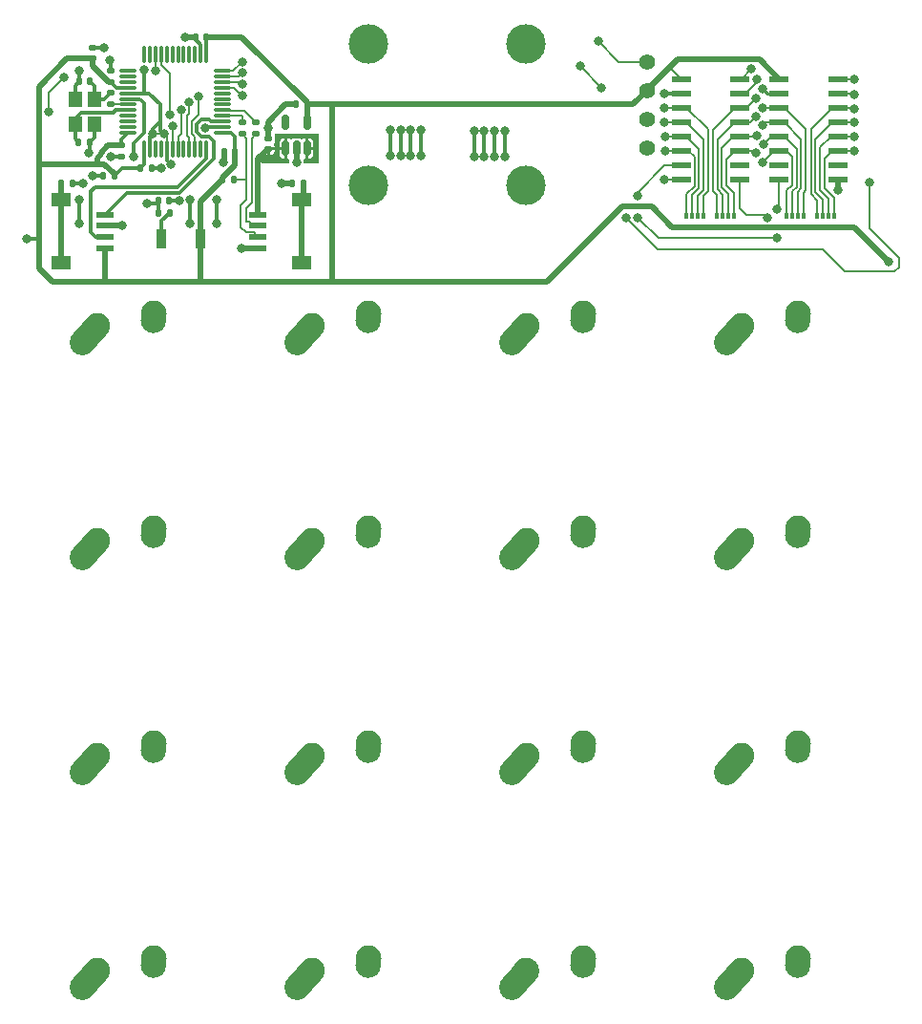
<source format=gbr>
%TF.GenerationSoftware,KiCad,Pcbnew,(6.0.7)*%
%TF.CreationDate,2022-09-25T11:51:51-07:00*%
%TF.ProjectId,ModularKeyboard_Main,4d6f6475-6c61-4724-9b65-79626f617264,0.1*%
%TF.SameCoordinates,Original*%
%TF.FileFunction,Copper,L2,Bot*%
%TF.FilePolarity,Positive*%
%FSLAX46Y46*%
G04 Gerber Fmt 4.6, Leading zero omitted, Abs format (unit mm)*
G04 Created by KiCad (PCBNEW (6.0.7)) date 2022-09-25 11:51:51*
%MOMM*%
%LPD*%
G01*
G04 APERTURE LIST*
G04 Aperture macros list*
%AMRoundRect*
0 Rectangle with rounded corners*
0 $1 Rounding radius*
0 $2 $3 $4 $5 $6 $7 $8 $9 X,Y pos of 4 corners*
0 Add a 4 corners polygon primitive as box body*
4,1,4,$2,$3,$4,$5,$6,$7,$8,$9,$2,$3,0*
0 Add four circle primitives for the rounded corners*
1,1,$1+$1,$2,$3*
1,1,$1+$1,$4,$5*
1,1,$1+$1,$6,$7*
1,1,$1+$1,$8,$9*
0 Add four rect primitives between the rounded corners*
20,1,$1+$1,$2,$3,$4,$5,0*
20,1,$1+$1,$4,$5,$6,$7,0*
20,1,$1+$1,$6,$7,$8,$9,0*
20,1,$1+$1,$8,$9,$2,$3,0*%
%AMHorizOval*
0 Thick line with rounded ends*
0 $1 width*
0 $2 $3 position (X,Y) of the first rounded end (center of the circle)*
0 $4 $5 position (X,Y) of the second rounded end (center of the circle)*
0 Add line between two ends*
20,1,$1,$2,$3,$4,$5,0*
0 Add two circle primitives to create the rounded ends*
1,1,$1,$2,$3*
1,1,$1,$4,$5*%
G04 Aperture macros list end*
%TA.AperFunction,ComponentPad*%
%ADD10C,2.250000*%
%TD*%
%TA.AperFunction,ComponentPad*%
%ADD11HorizOval,2.250000X0.655001X0.730000X-0.655001X-0.730000X0*%
%TD*%
%TA.AperFunction,ComponentPad*%
%ADD12HorizOval,2.250000X0.020000X0.290000X-0.020000X-0.290000X0*%
%TD*%
%TA.AperFunction,ComponentPad*%
%ADD13C,3.500000*%
%TD*%
%TA.AperFunction,ComponentPad*%
%ADD14C,1.397000*%
%TD*%
%TA.AperFunction,SMDPad,CuDef*%
%ADD15R,0.400000X0.500000*%
%TD*%
%TA.AperFunction,SMDPad,CuDef*%
%ADD16R,0.300000X0.500000*%
%TD*%
%TA.AperFunction,SMDPad,CuDef*%
%ADD17RoundRect,0.140000X0.170000X-0.140000X0.170000X0.140000X-0.170000X0.140000X-0.170000X-0.140000X0*%
%TD*%
%TA.AperFunction,SMDPad,CuDef*%
%ADD18RoundRect,0.135000X-0.185000X0.135000X-0.185000X-0.135000X0.185000X-0.135000X0.185000X0.135000X0*%
%TD*%
%TA.AperFunction,SMDPad,CuDef*%
%ADD19R,1.701800X0.533400*%
%TD*%
%TA.AperFunction,SMDPad,CuDef*%
%ADD20RoundRect,0.150000X0.150000X-0.512500X0.150000X0.512500X-0.150000X0.512500X-0.150000X-0.512500X0*%
%TD*%
%TA.AperFunction,SMDPad,CuDef*%
%ADD21RoundRect,0.140000X-0.140000X-0.170000X0.140000X-0.170000X0.140000X0.170000X-0.140000X0.170000X0*%
%TD*%
%TA.AperFunction,SMDPad,CuDef*%
%ADD22RoundRect,0.140000X0.140000X0.170000X-0.140000X0.170000X-0.140000X-0.170000X0.140000X-0.170000X0*%
%TD*%
%TA.AperFunction,SMDPad,CuDef*%
%ADD23RoundRect,0.135000X0.135000X0.185000X-0.135000X0.185000X-0.135000X-0.185000X0.135000X-0.185000X0*%
%TD*%
%TA.AperFunction,SMDPad,CuDef*%
%ADD24RoundRect,0.075000X-0.662500X-0.075000X0.662500X-0.075000X0.662500X0.075000X-0.662500X0.075000X0*%
%TD*%
%TA.AperFunction,SMDPad,CuDef*%
%ADD25RoundRect,0.075000X-0.075000X-0.662500X0.075000X-0.662500X0.075000X0.662500X-0.075000X0.662500X0*%
%TD*%
%TA.AperFunction,SMDPad,CuDef*%
%ADD26RoundRect,0.140000X-0.170000X0.140000X-0.170000X-0.140000X0.170000X-0.140000X0.170000X0.140000X0*%
%TD*%
%TA.AperFunction,SMDPad,CuDef*%
%ADD27R,1.200000X1.400000*%
%TD*%
%TA.AperFunction,SMDPad,CuDef*%
%ADD28RoundRect,0.135000X-0.135000X-0.185000X0.135000X-0.185000X0.135000X0.185000X-0.135000X0.185000X0*%
%TD*%
%TA.AperFunction,SMDPad,CuDef*%
%ADD29R,1.550000X0.600000*%
%TD*%
%TA.AperFunction,SMDPad,CuDef*%
%ADD30R,1.800000X1.200000*%
%TD*%
%TA.AperFunction,SMDPad,CuDef*%
%ADD31R,0.900000X1.700000*%
%TD*%
%TA.AperFunction,ViaPad*%
%ADD32C,0.800000*%
%TD*%
%TA.AperFunction,Conductor*%
%ADD33C,0.300000*%
%TD*%
%TA.AperFunction,Conductor*%
%ADD34C,0.500000*%
%TD*%
%TA.AperFunction,Conductor*%
%ADD35C,0.200000*%
%TD*%
%TA.AperFunction,Conductor*%
%ADD36C,0.250000*%
%TD*%
G04 APERTURE END LIST*
D10*
%TO.P,SW12,1,A*%
%TO.N,R1_SW_4*%
X203300000Y-81600000D03*
D11*
X202645001Y-82330000D03*
D12*
%TO.P,SW12,2,B*%
%TO.N,GND*%
X208320000Y-80810000D03*
D10*
X208340000Y-80520000D03*
%TD*%
D13*
%TO.P,MH3,1,Pin_1*%
%TO.N,unconnected-(MH3-Pad1)*%
X170225000Y-69125000D03*
%TD*%
%TO.P,MH1,1,Pin_1*%
%TO.N,unconnected-(MH1-Pad1)*%
X170225000Y-56625000D03*
%TD*%
D10*
%TO.P,SW1,1,A*%
%TO.N,R0_SW_1*%
X146150000Y-100650000D03*
D11*
X145495001Y-101380000D03*
D10*
%TO.P,SW1,2,B*%
%TO.N,GND*%
X151190000Y-99570000D03*
D12*
X151170000Y-99860000D03*
%TD*%
D11*
%TO.P,SW3,1,A*%
%TO.N,R0_SW_3*%
X145495001Y-139480000D03*
D10*
X146150000Y-138750000D03*
%TO.P,SW3,2,B*%
%TO.N,GND*%
X151190000Y-137670000D03*
D12*
X151170000Y-137960000D03*
%TD*%
D10*
%TO.P,SW9,1,A*%
%TO.N,R1_SW_1*%
X184250000Y-100650000D03*
D11*
X183595001Y-101380000D03*
D10*
%TO.P,SW9,2,B*%
%TO.N,GND*%
X189290000Y-99570000D03*
D12*
X189270000Y-99860000D03*
%TD*%
D10*
%TO.P,SW8,1,A*%
%TO.N,R1_SW_0*%
X184250000Y-81600000D03*
D11*
X183595001Y-82330000D03*
D12*
%TO.P,SW8,2,B*%
%TO.N,GND*%
X189270000Y-80810000D03*
D10*
X189290000Y-80520000D03*
%TD*%
D11*
%TO.P,SW13,1,A*%
%TO.N,R1_SW_5*%
X202645001Y-101380000D03*
D10*
X203300000Y-100650000D03*
%TO.P,SW13,2,B*%
%TO.N,GND*%
X208340000Y-99570000D03*
D12*
X208320000Y-99860000D03*
%TD*%
D10*
%TO.P,SW0,1,A*%
%TO.N,R0_SW_0*%
X146150004Y-81600003D03*
D11*
X145495005Y-82330003D03*
D12*
%TO.P,SW0,2,B*%
%TO.N,GND*%
X151170004Y-80810003D03*
D10*
X151190004Y-80520003D03*
%TD*%
D11*
%TO.P,SW5,1,A*%
%TO.N,R0_SW_5*%
X164545005Y-101380003D03*
D10*
X165200004Y-100650003D03*
%TO.P,SW5,2,B*%
%TO.N,GND*%
X170240004Y-99570003D03*
D12*
X170220004Y-99860003D03*
%TD*%
D13*
%TO.P,MH4,1,Pin_1*%
%TO.N,unconnected-(MH4-Pad1)*%
X184225000Y-69125000D03*
%TD*%
D14*
%TO.P,OL1,1,SDA*%
%TO.N,I2C1_SDA*%
X194925000Y-65835000D03*
%TO.P,OL1,2,SCL*%
%TO.N,I2C1_SCL*%
X194925000Y-63295000D03*
%TO.P,OL1,3,VCC*%
%TO.N,+3V3*%
X194925000Y-60755000D03*
%TO.P,OL1,4,GND*%
%TO.N,GND*%
X194925000Y-58215000D03*
%TD*%
D11*
%TO.P,SW15,1,A*%
%TO.N,R1_SW_7*%
X202645005Y-139480003D03*
D10*
X203300004Y-138750003D03*
D12*
%TO.P,SW15,2,B*%
%TO.N,GND*%
X208320004Y-137960003D03*
D10*
X208340004Y-137670003D03*
%TD*%
%TO.P,SW2,1,A*%
%TO.N,R0_SW_2*%
X146150000Y-119700000D03*
D11*
X145495001Y-120430000D03*
D10*
%TO.P,SW2,2,B*%
%TO.N,GND*%
X151190000Y-118620000D03*
D12*
X151170000Y-118910000D03*
%TD*%
D10*
%TO.P,SW14,1,A*%
%TO.N,R1_SW_6*%
X203300000Y-119700000D03*
D11*
X202645001Y-120430000D03*
D10*
%TO.P,SW14,2,B*%
%TO.N,GND*%
X208340000Y-118620000D03*
D12*
X208320000Y-118910000D03*
%TD*%
D11*
%TO.P,SW6,1,A*%
%TO.N,R0_SW_6*%
X164545001Y-120430000D03*
D10*
X165200000Y-119700000D03*
%TO.P,SW6,2,B*%
%TO.N,GND*%
X170240000Y-118620000D03*
D12*
X170220000Y-118910000D03*
%TD*%
D13*
%TO.P,MH2,1,Pin_1*%
%TO.N,GND*%
X184225000Y-56625000D03*
%TD*%
D10*
%TO.P,SW4,1,A*%
%TO.N,R0_SW_4*%
X165200004Y-81600003D03*
D11*
X164545005Y-82330003D03*
D12*
%TO.P,SW4,2,B*%
%TO.N,GND*%
X170220004Y-80810003D03*
D10*
X170240004Y-80520003D03*
%TD*%
%TO.P,SW11,1,A*%
%TO.N,R1_SW_3*%
X184230000Y-138750000D03*
D11*
X183575001Y-139480000D03*
D12*
%TO.P,SW11,2,B*%
%TO.N,GND*%
X189250000Y-137960000D03*
D10*
X189270000Y-137670000D03*
%TD*%
D11*
%TO.P,SW10,1,A*%
%TO.N,R1_SW_2*%
X183595005Y-120430003D03*
D10*
X184250004Y-119700003D03*
%TO.P,SW10,2,B*%
%TO.N,GND*%
X189290004Y-118620003D03*
D12*
X189270004Y-118910003D03*
%TD*%
D10*
%TO.P,SW7,1,A*%
%TO.N,R0_SW_7*%
X165200000Y-138750000D03*
D11*
X164545001Y-139480000D03*
D12*
%TO.P,SW7,2,B*%
%TO.N,GND*%
X170220000Y-137960000D03*
D10*
X170240000Y-137670000D03*
%TD*%
D15*
%TO.P,RN4,1,R1.1*%
%TO.N,R1_SW_4*%
X210050000Y-71850000D03*
D16*
%TO.P,RN4,2,R2.1*%
%TO.N,R1_SW_5*%
X210550000Y-71850000D03*
%TO.P,RN4,3,R3.1*%
%TO.N,R1_SW_6*%
X211050000Y-71850000D03*
D15*
%TO.P,RN4,4,R4.1*%
%TO.N,R1_SW_7*%
X211550000Y-71850000D03*
%TO.P,RN4,5,R4.2*%
%TO.N,+3V3*%
X211550000Y-72850000D03*
D16*
%TO.P,RN4,6,R3.2*%
X211050000Y-72850000D03*
%TO.P,RN4,7,R2.2*%
X210550000Y-72850000D03*
D15*
%TO.P,RN4,8,R1.2*%
X210050000Y-72850000D03*
%TD*%
D17*
%TO.P,C7,1*%
%TO.N,+3V3*%
X145750000Y-57930000D03*
%TO.P,C7,2*%
%TO.N,GND*%
X145750000Y-56970000D03*
%TD*%
D18*
%TO.P,R5,1*%
%TO.N,Net-(C10-Pad1)*%
X147350000Y-60940000D03*
%TO.P,R5,2*%
%TO.N,OSC_OUT*%
X147350000Y-61960000D03*
%TD*%
D19*
%TO.P,U3,1,~{PL}*%
%TO.N,PL*%
X211849330Y-59755000D03*
%TO.P,U3,2,CP*%
%TO.N,SPI1_SCK*%
X211849330Y-61025000D03*
%TO.P,U3,3,D4*%
%TO.N,R1_SW_4*%
X211849330Y-62295000D03*
%TO.P,U3,4,D5*%
%TO.N,R1_SW_5*%
X211849330Y-63565000D03*
%TO.P,U3,5,D6*%
%TO.N,R1_SW_6*%
X211849330Y-64835000D03*
%TO.P,U3,6,D7*%
%TO.N,R1_SW_7*%
X211849330Y-66105000D03*
%TO.P,U3,7,~{Q7}*%
%TO.N,unconnected-(U3-Pad7)*%
X211849330Y-67375000D03*
%TO.P,U3,8,GND*%
%TO.N,GND*%
X211849330Y-68645000D03*
%TO.P,U3,9,Q7*%
%TO.N,R0_DS*%
X206667730Y-68645000D03*
%TO.P,U3,10,DS*%
%TO.N,unconnected-(U3-Pad10)*%
X206667730Y-67375000D03*
%TO.P,U3,11,D0*%
%TO.N,R1_SW_0*%
X206667730Y-66105000D03*
%TO.P,U3,12,D1*%
%TO.N,R1_SW_1*%
X206667730Y-64835000D03*
%TO.P,U3,13,D2*%
%TO.N,R1_SW_2*%
X206667730Y-63565000D03*
%TO.P,U3,14,D3*%
%TO.N,R1_SW_3*%
X206667730Y-62295000D03*
%TO.P,U3,15,~{CE}*%
%TO.N,CE*%
X206667730Y-61025000D03*
%TO.P,U3,16,VCC*%
%TO.N,+3V3*%
X206667730Y-59755000D03*
%TD*%
D20*
%TO.P,U4,1,IN*%
%TO.N,VCC*%
X164800000Y-65887500D03*
%TO.P,U4,2,GND*%
%TO.N,GND*%
X163850000Y-65887500D03*
%TO.P,U4,3,EN*%
%TO.N,VCC*%
X162900000Y-65887500D03*
%TO.P,U4,4,BP*%
%TO.N,unconnected-(U4-Pad4)*%
X162900000Y-63612500D03*
%TO.P,U4,5,OUT*%
%TO.N,+3V3*%
X164800000Y-63612500D03*
%TD*%
D21*
%TO.P,C8,1*%
%TO.N,NRST*%
X151620000Y-70550000D03*
%TO.P,C8,2*%
%TO.N,GND*%
X152580000Y-70550000D03*
%TD*%
D22*
%TO.P,C3,1*%
%TO.N,+3V3*%
X155830000Y-56000000D03*
%TO.P,C3,2*%
%TO.N,GND*%
X154870000Y-56000000D03*
%TD*%
D23*
%TO.P,R1,1*%
%TO.N,Net-(R1-Pad1)*%
X152620000Y-71600000D03*
%TO.P,R1,2*%
%TO.N,NRST*%
X151600000Y-71600000D03*
%TD*%
D24*
%TO.P,U2,1,VBAT*%
%TO.N,+3V3*%
X148937500Y-64500000D03*
%TO.P,U2,2,PC13*%
%TO.N,unconnected-(U2-Pad2)*%
X148937500Y-64000000D03*
%TO.P,U2,3,PC14*%
%TO.N,unconnected-(U2-Pad3)*%
X148937500Y-63500000D03*
%TO.P,U2,4,PC15*%
%TO.N,unconnected-(U2-Pad4)*%
X148937500Y-63000000D03*
%TO.P,U2,5,PD0*%
%TO.N,OSC_IN*%
X148937500Y-62500000D03*
%TO.P,U2,6,PD1*%
%TO.N,OSC_OUT*%
X148937500Y-62000000D03*
%TO.P,U2,7,NRST*%
%TO.N,NRST*%
X148937500Y-61500000D03*
%TO.P,U2,8,VSSA*%
%TO.N,GND*%
X148937500Y-61000000D03*
%TO.P,U2,9,VDDA*%
%TO.N,+3V3*%
X148937500Y-60500000D03*
%TO.P,U2,10,PA0*%
%TO.N,unconnected-(U2-Pad10)*%
X148937500Y-60000000D03*
%TO.P,U2,11,PA1*%
%TO.N,unconnected-(U2-Pad11)*%
X148937500Y-59500000D03*
%TO.P,U2,12,PA2*%
%TO.N,unconnected-(U2-Pad12)*%
X148937500Y-59000000D03*
D25*
%TO.P,U2,13,PA3*%
%TO.N,unconnected-(U2-Pad13)*%
X150350000Y-57587500D03*
%TO.P,U2,14,PA4*%
%TO.N,unconnected-(U2-Pad14)*%
X150850000Y-57587500D03*
%TO.P,U2,15,PA5*%
%TO.N,SPI1_SCK*%
X151350000Y-57587500D03*
%TO.P,U2,16,PA6*%
%TO.N,SPI1_MISO*%
X151850000Y-57587500D03*
%TO.P,U2,17,PA7*%
%TO.N,SPI1_MOSI*%
X152350000Y-57587500D03*
%TO.P,U2,18,PB0*%
%TO.N,unconnected-(U2-Pad18)*%
X152850000Y-57587500D03*
%TO.P,U2,19,PB1*%
%TO.N,unconnected-(U2-Pad19)*%
X153350000Y-57587500D03*
%TO.P,U2,20,PB2*%
%TO.N,unconnected-(U2-Pad20)*%
X153850000Y-57587500D03*
%TO.P,U2,21,PB10*%
%TO.N,unconnected-(U2-Pad21)*%
X154350000Y-57587500D03*
%TO.P,U2,22,PB11*%
%TO.N,unconnected-(U2-Pad22)*%
X154850000Y-57587500D03*
%TO.P,U2,23,VSS*%
%TO.N,GND*%
X155350000Y-57587500D03*
%TO.P,U2,24,VDD*%
%TO.N,+3V3*%
X155850000Y-57587500D03*
D24*
%TO.P,U2,25,PB12*%
%TO.N,SPI2_CS*%
X157262500Y-59000000D03*
%TO.P,U2,26,PB13*%
%TO.N,SPI2_SCK*%
X157262500Y-59500000D03*
%TO.P,U2,27,PB14*%
%TO.N,SPI2_MISO*%
X157262500Y-60000000D03*
%TO.P,U2,28,PB15*%
%TO.N,SPI2_MOSI*%
X157262500Y-60500000D03*
%TO.P,U2,29,PA8*%
%TO.N,unconnected-(U2-Pad29)*%
X157262500Y-61000000D03*
%TO.P,U2,30,PA9*%
%TO.N,unconnected-(U2-Pad30)*%
X157262500Y-61500000D03*
%TO.P,U2,31,PA10*%
%TO.N,unconnected-(U2-Pad31)*%
X157262500Y-62000000D03*
%TO.P,U2,32,PA11*%
%TO.N,/MCU_D-*%
X157262500Y-62500000D03*
%TO.P,U2,33,PA12*%
%TO.N,/MCU_D+*%
X157262500Y-63000000D03*
%TO.P,U2,34,PA13*%
%TO.N,SWDIO*%
X157262500Y-63500000D03*
%TO.P,U2,35,VSS*%
%TO.N,GND*%
X157262500Y-64000000D03*
%TO.P,U2,36,VDD*%
%TO.N,+3V3*%
X157262500Y-64500000D03*
D25*
%TO.P,U2,37,PA14*%
%TO.N,SWCLK*%
X155850000Y-65912500D03*
%TO.P,U2,38,PA15*%
%TO.N,unconnected-(U2-Pad38)*%
X155350000Y-65912500D03*
%TO.P,U2,39,PB3*%
%TO.N,PL*%
X154850000Y-65912500D03*
%TO.P,U2,40,PB4*%
%TO.N,CE*%
X154350000Y-65912500D03*
%TO.P,U2,41,PB5*%
%TO.N,unconnected-(U2-Pad41)*%
X153850000Y-65912500D03*
%TO.P,U2,42,PB6*%
%TO.N,I2C1_SCL*%
X153350000Y-65912500D03*
%TO.P,U2,43,PB7*%
%TO.N,I2C1_SDA*%
X152850000Y-65912500D03*
%TO.P,U2,44,BOOT0*%
%TO.N,GND*%
X152350000Y-65912500D03*
%TO.P,U2,45,PB8*%
%TO.N,unconnected-(U2-Pad45)*%
X151850000Y-65912500D03*
%TO.P,U2,46,PB9*%
%TO.N,unconnected-(U2-Pad46)*%
X151350000Y-65912500D03*
%TO.P,U2,47,VSS*%
%TO.N,GND*%
X150850000Y-65912500D03*
%TO.P,U2,48,VDD*%
%TO.N,+3V3*%
X150350000Y-65912500D03*
%TD*%
D26*
%TO.P,C2,1*%
%TO.N,+3V3*%
X148300000Y-65620000D03*
%TO.P,C2,2*%
%TO.N,GND*%
X148300000Y-66580000D03*
%TD*%
D27*
%TO.P,HSE1,1,1*%
%TO.N,OSC_IN*%
X144200000Y-63750000D03*
%TO.P,HSE1,2,2*%
%TO.N,GND*%
X144200000Y-61550000D03*
%TO.P,HSE1,3,3*%
%TO.N,Net-(C10-Pad1)*%
X145900000Y-61550000D03*
%TO.P,HSE1,4,4*%
%TO.N,GND*%
X145900000Y-63750000D03*
%TD*%
D17*
%TO.P,C11,1*%
%TO.N,VCC*%
X161350000Y-65930000D03*
%TO.P,C11,2*%
%TO.N,GND*%
X161350000Y-64970000D03*
%TD*%
D22*
%TO.P,C10,1*%
%TO.N,Net-(C10-Pad1)*%
X145530000Y-59950000D03*
%TO.P,C10,2*%
%TO.N,GND*%
X144570000Y-59950000D03*
%TD*%
D15*
%TO.P,RN2,1,R1.1*%
%TO.N,R0_SW_4*%
X201150000Y-71850000D03*
D16*
%TO.P,RN2,2,R2.1*%
%TO.N,R0_SW_5*%
X201650000Y-71850000D03*
%TO.P,RN2,3,R3.1*%
%TO.N,R0_SW_6*%
X202150000Y-71850000D03*
D15*
%TO.P,RN2,4,R4.1*%
%TO.N,R0_SW_7*%
X202650000Y-71850000D03*
%TO.P,RN2,5,R4.2*%
%TO.N,+3V3*%
X202650000Y-72850000D03*
D16*
%TO.P,RN2,6,R3.2*%
X202150000Y-72850000D03*
%TO.P,RN2,7,R2.2*%
X201650000Y-72850000D03*
D15*
%TO.P,RN2,8,R1.2*%
X201150000Y-72850000D03*
%TD*%
D21*
%TO.P,C12,1*%
%TO.N,GND*%
X163820000Y-62000000D03*
%TO.P,C12,2*%
%TO.N,+3V3*%
X164780000Y-62000000D03*
%TD*%
%TO.P,C5,1*%
%TO.N,+3V3*%
X150020000Y-67650000D03*
%TO.P,C5,2*%
%TO.N,GND*%
X150980000Y-67650000D03*
%TD*%
D15*
%TO.P,RN3,1,R1.1*%
%TO.N,R1_SW_0*%
X207350000Y-71850000D03*
D16*
%TO.P,RN3,2,R2.1*%
%TO.N,R1_SW_1*%
X207850000Y-71850000D03*
%TO.P,RN3,3,R3.1*%
%TO.N,R1_SW_2*%
X208350000Y-71850000D03*
D15*
%TO.P,RN3,4,R4.1*%
%TO.N,R1_SW_3*%
X208850000Y-71850000D03*
%TO.P,RN3,5,R4.2*%
%TO.N,+3V3*%
X208850000Y-72850000D03*
D16*
%TO.P,RN3,6,R3.2*%
X208350000Y-72850000D03*
%TO.P,RN3,7,R2.2*%
X207850000Y-72850000D03*
D15*
%TO.P,RN3,8,R1.2*%
X207350000Y-72850000D03*
%TD*%
D22*
%TO.P,C1,1*%
%TO.N,+3V3*%
X147680000Y-68350000D03*
%TO.P,C1,2*%
%TO.N,GND*%
X146720000Y-68350000D03*
%TD*%
D18*
%TO.P,R2,1*%
%TO.N,/MCU_D-*%
X160250000Y-63590000D03*
%TO.P,R2,2*%
%TO.N,/USB_D-*%
X160250000Y-64610000D03*
%TD*%
D28*
%TO.P,R6,1*%
%TO.N,GND*%
X163490000Y-68950000D03*
%TO.P,R6,2*%
%TO.N,Net-(J5-PadS1)*%
X164510000Y-68950000D03*
%TD*%
D29*
%TO.P,J5,1,1*%
%TO.N,VCC*%
X160450000Y-71750000D03*
%TO.P,J5,2,2*%
%TO.N,/USB_D-*%
X160450000Y-72750000D03*
%TO.P,J5,3,3*%
%TO.N,/USB_D+*%
X160450000Y-73750000D03*
%TO.P,J5,4,4*%
%TO.N,GND*%
X160450000Y-74750000D03*
D30*
%TO.P,J5,S1,SHIELD*%
%TO.N,Net-(J5-PadS1)*%
X164325000Y-70450000D03*
%TO.P,J5,S2,SHIELD*%
X164325000Y-76050000D03*
%TD*%
D17*
%TO.P,C6,1*%
%TO.N,+3V3*%
X147350000Y-59980000D03*
%TO.P,C6,2*%
%TO.N,GND*%
X147350000Y-59020000D03*
%TD*%
D18*
%TO.P,R3,1*%
%TO.N,/MCU_D+*%
X159050000Y-63590000D03*
%TO.P,R3,2*%
%TO.N,/USB_D+*%
X159050000Y-64610000D03*
%TD*%
D31*
%TO.P,SW16,1,A*%
%TO.N,+3V3*%
X155300000Y-73925000D03*
%TO.P,SW16,2,B*%
%TO.N,Net-(R1-Pad1)*%
X151900000Y-73925000D03*
%TD*%
D28*
%TO.P,R4,1*%
%TO.N,+3V3*%
X157240000Y-68650000D03*
%TO.P,R4,2*%
%TO.N,/USB_D+*%
X158260000Y-68650000D03*
%TD*%
D21*
%TO.P,C9,1*%
%TO.N,OSC_IN*%
X144520000Y-65350000D03*
%TO.P,C9,2*%
%TO.N,GND*%
X145480000Y-65350000D03*
%TD*%
D23*
%TO.P,R7,1*%
%TO.N,GND*%
X144010000Y-69000000D03*
%TO.P,R7,2*%
%TO.N,Net-(J6-PadS1)*%
X142990000Y-69000000D03*
%TD*%
D15*
%TO.P,RN1,1,R1.1*%
%TO.N,R0_SW_0*%
X198450000Y-71850000D03*
D16*
%TO.P,RN1,2,R2.1*%
%TO.N,R0_SW_1*%
X198950000Y-71850000D03*
%TO.P,RN1,3,R3.1*%
%TO.N,R0_SW_2*%
X199450000Y-71850000D03*
D15*
%TO.P,RN1,4,R4.1*%
%TO.N,R0_SW_3*%
X199950000Y-71850000D03*
%TO.P,RN1,5,R4.2*%
%TO.N,+3V3*%
X199950000Y-72850000D03*
D16*
%TO.P,RN1,6,R3.2*%
X199450000Y-72850000D03*
%TO.P,RN1,7,R2.2*%
X198950000Y-72850000D03*
D15*
%TO.P,RN1,8,R1.2*%
X198450000Y-72850000D03*
%TD*%
D29*
%TO.P,J6,1,1*%
%TO.N,+3V3*%
X146850000Y-74750000D03*
%TO.P,J6,2,2*%
%TO.N,SWCLK*%
X146850000Y-73750000D03*
%TO.P,J6,3,3*%
%TO.N,GND*%
X146850000Y-72750000D03*
%TO.P,J6,4,4*%
%TO.N,SWDIO*%
X146850000Y-71750000D03*
D30*
%TO.P,J6,S1,SHIELD*%
%TO.N,Net-(J6-PadS1)*%
X142975000Y-76050000D03*
%TO.P,J6,S2,SHIELD*%
X142975000Y-70450000D03*
%TD*%
D22*
%TO.P,C4,1*%
%TO.N,+3V3*%
X158380000Y-66200000D03*
%TO.P,C4,2*%
%TO.N,GND*%
X157420000Y-66200000D03*
%TD*%
D19*
%TO.P,U1,1,~{PL}*%
%TO.N,PL*%
X203190800Y-59755000D03*
%TO.P,U1,2,CP*%
%TO.N,SPI1_SCK*%
X203190800Y-61025000D03*
%TO.P,U1,3,D4*%
%TO.N,R0_SW_4*%
X203190800Y-62295000D03*
%TO.P,U1,4,D5*%
%TO.N,R0_SW_5*%
X203190800Y-63565000D03*
%TO.P,U1,5,D6*%
%TO.N,R0_SW_6*%
X203190800Y-64835000D03*
%TO.P,U1,6,D7*%
%TO.N,R0_SW_7*%
X203190800Y-66105000D03*
%TO.P,U1,7,~{Q7}*%
%TO.N,unconnected-(U1-Pad7)*%
X203190800Y-67375000D03*
%TO.P,U1,8,GND*%
%TO.N,GND*%
X203190800Y-68645000D03*
%TO.P,U1,9,Q7*%
%TO.N,SPI1_MISO*%
X198009200Y-68645000D03*
%TO.P,U1,10,DS*%
%TO.N,R0_DS*%
X198009200Y-67375000D03*
%TO.P,U1,11,D0*%
%TO.N,R0_SW_0*%
X198009200Y-66105000D03*
%TO.P,U1,12,D1*%
%TO.N,R0_SW_1*%
X198009200Y-64835000D03*
%TO.P,U1,13,D2*%
%TO.N,R0_SW_2*%
X198009200Y-63565000D03*
%TO.P,U1,14,D3*%
%TO.N,R0_SW_3*%
X198009200Y-62295000D03*
%TO.P,U1,15,~{CE}*%
%TO.N,CE*%
X198009200Y-61025000D03*
%TO.P,U1,16,VCC*%
%TO.N,+3V3*%
X198009200Y-59755000D03*
%TD*%
D32*
%TO.N,GND*%
X154400000Y-70450000D03*
X154400000Y-72550000D03*
X156800000Y-70450000D03*
X156800000Y-72550000D03*
%TO.N,+3V3*%
X216400000Y-75900000D03*
X139900000Y-73900000D03*
%TO.N,GND*%
X147300000Y-58100000D03*
X190600000Y-56400000D03*
X146750000Y-57000000D03*
X174000000Y-64275000D03*
X144550000Y-59000000D03*
X155750000Y-64050000D03*
X151100000Y-64550000D03*
X181400000Y-64300000D03*
X145450000Y-66250000D03*
X162550000Y-68950000D03*
X172200000Y-66575000D03*
X152074484Y-64592272D03*
X174000000Y-66575000D03*
X148350000Y-72750000D03*
X144900000Y-69000000D03*
X174900000Y-66575000D03*
X173100000Y-66575000D03*
X145800000Y-68350000D03*
X144600000Y-70450000D03*
X180500000Y-64300000D03*
X180500000Y-66600000D03*
X211858530Y-69550000D03*
X154000000Y-56000000D03*
X174900000Y-64275000D03*
X179600000Y-66600000D03*
X182300000Y-64300000D03*
X151850000Y-67650000D03*
X181400000Y-66600000D03*
X150300000Y-58924500D03*
X179600000Y-64300000D03*
X182300000Y-66600000D03*
X144600000Y-72550000D03*
X157400000Y-67150000D03*
X173100000Y-64275000D03*
X153500000Y-70550000D03*
X205600000Y-72000000D03*
X172200000Y-64275000D03*
X147350000Y-66600000D03*
X152700000Y-67300000D03*
X158950000Y-74750000D03*
X163850000Y-67150000D03*
X161350000Y-64050000D03*
%TO.N,NRST*%
X150600000Y-70800000D03*
X149400000Y-66650000D03*
%TO.N,PL*%
X213350000Y-59800000D03*
X155176245Y-61283200D03*
X204196585Y-58860049D03*
%TO.N,CE*%
X196500000Y-61050000D03*
X154334438Y-61822057D03*
X205183444Y-60598110D03*
%TO.N,R0_SW_0*%
X196550000Y-66150000D03*
%TO.N,R0_SW_1*%
X196550000Y-64850000D03*
%TO.N,R0_SW_2*%
X196500000Y-63600000D03*
%TO.N,R0_SW_3*%
X196500000Y-62300000D03*
%TO.N,R0_SW_4*%
X204641973Y-61438238D03*
%TO.N,R0_SW_5*%
X204593682Y-63054226D03*
%TO.N,R0_SW_6*%
X204669737Y-64719629D03*
%TO.N,R0_SW_7*%
X204647658Y-66275180D03*
%TO.N,R1_SW_0*%
X205217447Y-67096365D03*
%TO.N,R1_SW_1*%
X205286288Y-65506312D03*
%TO.N,R1_SW_2*%
X205182649Y-63861767D03*
%TO.N,R1_SW_3*%
X205205415Y-62263791D03*
%TO.N,R1_SW_4*%
X213350000Y-62350000D03*
%TO.N,R1_SW_5*%
X213350000Y-63600000D03*
%TO.N,R1_SW_6*%
X213350000Y-64850000D03*
%TO.N,R1_SW_7*%
X213350000Y-66150000D03*
%TO.N,SPI1_SCK*%
X204674506Y-59737885D03*
X151350000Y-59000000D03*
X213350000Y-61100000D03*
X190900000Y-60500000D03*
X189000000Y-58600000D03*
%TO.N,SPI1_MISO*%
X152600000Y-62900000D03*
X196500000Y-68650000D03*
%TO.N,R0_DS*%
X206450000Y-71250000D03*
X194100000Y-72000000D03*
X194100000Y-70100000D03*
X206450000Y-73850000D03*
%TO.N,I2C1_SDA*%
X152900000Y-63950000D03*
%TO.N,I2C1_SCL*%
X153600000Y-62500000D03*
%TO.N,SPI2_SCK*%
X159050000Y-59200000D03*
%TO.N,SPI2_MISO*%
X159050000Y-60199503D03*
%TO.N,SPI2_MOSI*%
X159050000Y-61199006D03*
%TO.N,SPI2_CS*%
X193100000Y-72000000D03*
X159050000Y-58200000D03*
X143200000Y-59600500D03*
X141849500Y-62600000D03*
X214700000Y-68900000D03*
%TD*%
D33*
%TO.N,GND*%
X154400000Y-70650000D02*
X154400000Y-72550000D01*
X156800000Y-70650000D02*
X156800000Y-72550000D01*
%TO.N,SWCLK*%
X146050000Y-73750000D02*
X146850000Y-73750000D01*
X145600000Y-73300000D02*
X146050000Y-73750000D01*
X153301041Y-69300000D02*
X146000000Y-69300000D01*
X145600000Y-69700000D02*
X145600000Y-73300000D01*
X155850000Y-66751041D02*
X153301041Y-69300000D01*
X155850000Y-65912500D02*
X155850000Y-66751041D01*
X146000000Y-69300000D02*
X145600000Y-69700000D01*
%TO.N,SWDIO*%
X148800000Y-69800000D02*
X146850000Y-71750000D01*
X153508147Y-69800000D02*
X148800000Y-69800000D01*
X156550000Y-66758147D02*
X153508147Y-69800000D01*
D34*
%TO.N,+3V3*%
X146150000Y-67300000D02*
X141000000Y-67300000D01*
X155300000Y-77750000D02*
X149850000Y-77750000D01*
D33*
X147395894Y-59980000D02*
X147350000Y-59980000D01*
X147915894Y-60500000D02*
X147395894Y-59980000D01*
D34*
X146850000Y-74750000D02*
X146850000Y-77650000D01*
X194925000Y-60722918D02*
X197023959Y-58623959D01*
D33*
X150020000Y-67650000D02*
X148380000Y-67650000D01*
D34*
X213350000Y-72850000D02*
X216400000Y-75900000D01*
X146150000Y-66752082D02*
X146150000Y-67300000D01*
X167050000Y-77550000D02*
X166850000Y-77750000D01*
X147680000Y-68165614D02*
X146814386Y-67300000D01*
D33*
X150350000Y-67320000D02*
X150020000Y-67650000D01*
X158380000Y-64830000D02*
X158380000Y-66200000D01*
D34*
X192750000Y-71050000D02*
X186050000Y-77750000D01*
X194925000Y-60755000D02*
X194925000Y-60722918D01*
X145750000Y-57930000D02*
X143470000Y-57930000D01*
X211450000Y-72850000D02*
X211550000Y-72850000D01*
X142250000Y-77750000D02*
X141000000Y-76500000D01*
X155300000Y-70590000D02*
X157240000Y-68650000D01*
X211450000Y-72850000D02*
X213350000Y-72850000D01*
X167050000Y-62000000D02*
X193680000Y-62000000D01*
D33*
X155850000Y-56020000D02*
X155830000Y-56000000D01*
D34*
X145750000Y-58564386D02*
X147165614Y-59980000D01*
X164800000Y-62020000D02*
X164780000Y-62000000D01*
X146500000Y-66247918D02*
X147127918Y-65620000D01*
X145750000Y-57930000D02*
X145750000Y-58564386D01*
X146500000Y-66402082D02*
X146150000Y-66752082D01*
D33*
X155850000Y-57587500D02*
X155850000Y-56020000D01*
D34*
X141000000Y-60400000D02*
X141000000Y-67300000D01*
X155300000Y-73925000D02*
X155300000Y-70590000D01*
X164450000Y-77750000D02*
X166850000Y-77750000D01*
X146500000Y-66247918D02*
X146500000Y-66402082D01*
D33*
X157262500Y-64500000D02*
X158050000Y-64500000D01*
X148380000Y-67650000D02*
X147680000Y-68350000D01*
D35*
X197023959Y-58769759D02*
X197023959Y-58623959D01*
D34*
X146850000Y-77650000D02*
X146950000Y-77750000D01*
X146950000Y-77750000D02*
X142250000Y-77750000D01*
X164780000Y-61815614D02*
X158964386Y-56000000D01*
X167050000Y-62000000D02*
X167050000Y-77550000D01*
D33*
X150350000Y-65912500D02*
X150350000Y-67320000D01*
D34*
X147680000Y-68350000D02*
X147680000Y-68165614D01*
X164800000Y-63612500D02*
X164800000Y-62020000D01*
X164780000Y-62000000D02*
X167050000Y-62000000D01*
X195350000Y-71050000D02*
X192750000Y-71050000D01*
X146814386Y-67300000D02*
X146150000Y-67300000D01*
X158380000Y-67382685D02*
X158380000Y-66200000D01*
D35*
X198009200Y-59755000D02*
X197023959Y-58769759D01*
D34*
X149850000Y-77750000D02*
X146950000Y-77750000D01*
X186050000Y-77750000D02*
X164450000Y-77750000D01*
X164780000Y-62000000D02*
X164780000Y-61815614D01*
X193680000Y-62000000D02*
X194925000Y-60755000D01*
D33*
X148300000Y-65137500D02*
X148937500Y-64500000D01*
D34*
X158964386Y-56000000D02*
X155830000Y-56000000D01*
X141000000Y-74000000D02*
X141000000Y-76500000D01*
X143470000Y-57930000D02*
X141000000Y-60400000D01*
D33*
X158050000Y-64500000D02*
X158380000Y-64830000D01*
X140900000Y-73900000D02*
X141000000Y-74000000D01*
D34*
X141000000Y-67300000D02*
X141000000Y-74000000D01*
X157240000Y-68650000D02*
X157240000Y-68522685D01*
X197150000Y-72850000D02*
X211450000Y-72850000D01*
X197647918Y-58000000D02*
X204912730Y-58000000D01*
X197023959Y-58623959D02*
X197647918Y-58000000D01*
X147165614Y-59980000D02*
X147350000Y-59980000D01*
X164450000Y-77750000D02*
X155300000Y-77750000D01*
D33*
X148300000Y-65620000D02*
X148300000Y-65137500D01*
D34*
X147127918Y-65620000D02*
X148300000Y-65620000D01*
D33*
X139900000Y-73900000D02*
X140900000Y-73900000D01*
D34*
X155300000Y-73925000D02*
X155300000Y-77750000D01*
X157240000Y-68522685D02*
X158380000Y-67382685D01*
D33*
X148937500Y-60500000D02*
X147915894Y-60500000D01*
D34*
X204912730Y-58000000D02*
X206667730Y-59755000D01*
X197150000Y-72850000D02*
X195350000Y-71050000D01*
D33*
%TO.N,GND*%
X150850000Y-64800000D02*
X151100000Y-64550000D01*
D34*
X211849330Y-68645000D02*
X211849330Y-69540800D01*
D33*
X155800000Y-64000000D02*
X155750000Y-64050000D01*
X148300000Y-66580000D02*
X147370000Y-66580000D01*
X151800000Y-63500000D02*
X151800000Y-64317788D01*
D35*
X205400000Y-71800000D02*
X205600000Y-72000000D01*
D33*
X152580000Y-70550000D02*
X153500000Y-70550000D01*
X145900000Y-63750000D02*
X145900000Y-64930000D01*
X151800000Y-63500000D02*
X151100000Y-64200000D01*
D35*
X152074484Y-64592272D02*
X151142272Y-64592272D01*
D33*
X146720000Y-68350000D02*
X145800000Y-68350000D01*
X144010000Y-69000000D02*
X144900000Y-69000000D01*
X148937500Y-61000000D02*
X150800000Y-61000000D01*
X150300000Y-61000000D02*
X148937500Y-61000000D01*
X150800000Y-61000000D02*
X151800000Y-62000000D01*
X150300000Y-58924500D02*
X150300000Y-61000000D01*
X181400000Y-66600000D02*
X181400000Y-64300000D01*
X145900000Y-64930000D02*
X145480000Y-65350000D01*
X145480000Y-65350000D02*
X145480000Y-66220000D01*
X157262500Y-64000000D02*
X155800000Y-64000000D01*
D35*
X192415000Y-58215000D02*
X190600000Y-56400000D01*
D33*
X144600000Y-70450000D02*
X144600000Y-70650000D01*
D34*
X154870000Y-56000000D02*
X154000000Y-56000000D01*
D35*
X151142272Y-64592272D02*
X151100000Y-64550000D01*
X203800000Y-71800000D02*
X205400000Y-71800000D01*
D34*
X146850000Y-72750000D02*
X148350000Y-72750000D01*
D33*
X152350000Y-66950000D02*
X152350000Y-65912500D01*
X151800000Y-64317788D02*
X152074484Y-64592272D01*
X146720000Y-56970000D02*
X146750000Y-57000000D01*
D34*
X163820000Y-62000000D02*
X162900000Y-62000000D01*
D33*
X172200000Y-66575000D02*
X172200000Y-64275000D01*
X145750000Y-56970000D02*
X146720000Y-56970000D01*
X144570000Y-59950000D02*
X144570000Y-59020000D01*
D34*
X157420000Y-66200000D02*
X157420000Y-67130000D01*
X163850000Y-65887500D02*
X163850000Y-67150000D01*
D33*
X155350000Y-57587500D02*
X155350000Y-56675000D01*
D34*
X211849330Y-69540800D02*
X211858530Y-69550000D01*
D33*
X151800000Y-62000000D02*
X151800000Y-63500000D01*
X152700000Y-67300000D02*
X152350000Y-66950000D01*
X150850000Y-65912500D02*
X150850000Y-64800000D01*
X144200000Y-61550000D02*
X144200000Y-60320000D01*
X174000000Y-66575000D02*
X174000000Y-64275000D01*
X144600000Y-70650000D02*
X144600000Y-72550000D01*
X150980000Y-67650000D02*
X151850000Y-67650000D01*
X154870000Y-56195000D02*
X154870000Y-56000000D01*
D34*
X161350000Y-63550000D02*
X161350000Y-64050000D01*
D33*
X147350000Y-58150000D02*
X147300000Y-58100000D01*
X182300000Y-66600000D02*
X182300000Y-64300000D01*
D34*
X162900000Y-62000000D02*
X161350000Y-63550000D01*
D33*
X155350000Y-56675000D02*
X154870000Y-56195000D01*
D34*
X160450000Y-74750000D02*
X158950000Y-74750000D01*
D35*
X203190800Y-71190800D02*
X203800000Y-71800000D01*
D33*
X145480000Y-66220000D02*
X145450000Y-66250000D01*
X147350000Y-59020000D02*
X147350000Y-58150000D01*
X144200000Y-60320000D02*
X144570000Y-59950000D01*
D35*
X152350000Y-64867788D02*
X152074484Y-64592272D01*
D33*
X179600000Y-66600000D02*
X179600000Y-64300000D01*
X147370000Y-66580000D02*
X147350000Y-66600000D01*
X151100000Y-64200000D02*
X151100000Y-64550000D01*
D34*
X161350000Y-64970000D02*
X161350000Y-64050000D01*
D35*
X194925000Y-58215000D02*
X192415000Y-58215000D01*
D33*
X173100000Y-66575000D02*
X173100000Y-64275000D01*
D34*
X163490000Y-68950000D02*
X162550000Y-68950000D01*
D35*
X152350000Y-65912500D02*
X152350000Y-64867788D01*
D33*
X144570000Y-59020000D02*
X144550000Y-59000000D01*
X180500000Y-66600000D02*
X180500000Y-64300000D01*
X174900000Y-66575000D02*
X174900000Y-64275000D01*
D35*
X203190800Y-68645000D02*
X203190800Y-71190800D01*
D33*
%TO.N,NRST*%
X150300000Y-64500000D02*
X150000000Y-64800000D01*
X149400000Y-65400000D02*
X149400000Y-66650000D01*
X149950000Y-61500000D02*
X150100000Y-61650000D01*
X150600000Y-70800000D02*
X151370000Y-70800000D01*
X151370000Y-70800000D02*
X151620000Y-70550000D01*
X148937500Y-61500000D02*
X149950000Y-61500000D01*
X150300000Y-61850000D02*
X150300000Y-63450000D01*
X150300000Y-63450000D02*
X150300000Y-64500000D01*
X150100000Y-61650000D02*
X150300000Y-61850000D01*
X150000000Y-64800000D02*
X149400000Y-65400000D01*
X151600000Y-70570000D02*
X151620000Y-70550000D01*
X151600000Y-71600000D02*
X151600000Y-70570000D01*
%TO.N,OSC_IN*%
X148937500Y-62500000D02*
X147815894Y-62500000D01*
X147615894Y-62700000D02*
X144750000Y-62700000D01*
X144200000Y-63750000D02*
X144200000Y-65030000D01*
X144200000Y-63250000D02*
X144200000Y-63750000D01*
X144200000Y-65030000D02*
X144520000Y-65350000D01*
X147815894Y-62500000D02*
X147615894Y-62700000D01*
X144750000Y-62700000D02*
X144200000Y-63250000D01*
D35*
%TO.N,OSC_OUT*%
X147390000Y-62000000D02*
X147350000Y-61960000D01*
X148937500Y-62000000D02*
X147390000Y-62000000D01*
D34*
%TO.N,VCC*%
X160450000Y-71750000D02*
X160450000Y-66830000D01*
X160450000Y-66830000D02*
X161350000Y-65930000D01*
D35*
%TO.N,PL*%
X203190800Y-59755000D02*
X203301634Y-59755000D01*
X154850000Y-64900000D02*
X154725000Y-64775000D01*
X211849330Y-59755000D02*
X213305000Y-59755000D01*
X154725000Y-64775000D02*
X154550000Y-64600000D01*
X155176245Y-62887359D02*
X155176245Y-61283200D01*
X155031802Y-63031802D02*
X155176245Y-62887359D01*
X154550000Y-63513604D02*
X155031802Y-63031802D01*
X213305000Y-59755000D02*
X213350000Y-59800000D01*
X203301634Y-59755000D02*
X204196585Y-58860049D01*
X154550000Y-64600000D02*
X154550000Y-63513604D01*
X154725000Y-64775000D02*
X154650000Y-64700000D01*
X155031802Y-63031802D02*
X155106802Y-62956802D01*
X154850000Y-65912500D02*
X154850000Y-64900000D01*
%TO.N,CE*%
X154150000Y-64765686D02*
X154150000Y-62939950D01*
D36*
X206667730Y-61025000D02*
X205610334Y-61025000D01*
D33*
X198009200Y-61025000D02*
X196525000Y-61025000D01*
X196525000Y-61025000D02*
X196500000Y-61050000D01*
D35*
X154150000Y-62939950D02*
X154300000Y-62789950D01*
X154300000Y-62789950D02*
X154300000Y-61856495D01*
X154350000Y-64965686D02*
X154150000Y-64765686D01*
X154300000Y-61856495D02*
X154334438Y-61822057D01*
D36*
X205610334Y-61025000D02*
X205183444Y-60598110D01*
D35*
X154350000Y-65912500D02*
X154350000Y-64965686D01*
D34*
%TO.N,Net-(J5-PadS1)*%
X164510000Y-68950000D02*
X164510000Y-70265000D01*
X164510000Y-70265000D02*
X164325000Y-70450000D01*
X164325000Y-76050000D02*
X164325000Y-70450000D01*
D33*
%TO.N,SWDIO*%
X155425000Y-64825000D02*
X156101041Y-64825000D01*
X156060661Y-63300000D02*
X155400000Y-63300000D01*
X156550000Y-65273959D02*
X156550000Y-66758147D01*
X155000000Y-63700000D02*
X155000000Y-64400000D01*
X157262500Y-63500000D02*
X156260661Y-63500000D01*
X156260661Y-63500000D02*
X156060661Y-63300000D01*
X155400000Y-63300000D02*
X155000000Y-63700000D01*
X155000000Y-64400000D02*
X155425000Y-64825000D01*
X156101041Y-64825000D02*
X156550000Y-65273959D01*
D35*
%TO.N,/USB_D-*%
X159875001Y-64984999D02*
X159875001Y-70649999D01*
X159686397Y-72350000D02*
X160086397Y-72750000D01*
X159375000Y-72350000D02*
X159686397Y-72350000D01*
X159375000Y-71150000D02*
X159375000Y-72350000D01*
X159875001Y-70649999D02*
X159375000Y-71150000D01*
X160250000Y-64610000D02*
X159875001Y-64984999D01*
X160086397Y-72750000D02*
X160450000Y-72750000D01*
%TO.N,/USB_D+*%
X158260000Y-68650000D02*
X159400000Y-68650000D01*
X158925019Y-70963612D02*
X158925019Y-72900019D01*
X160050000Y-73350000D02*
X160450000Y-73750000D01*
X159424999Y-68625001D02*
X159424999Y-70463632D01*
X159050000Y-64610000D02*
X159424999Y-64984999D01*
X159424999Y-64984999D02*
X159424999Y-68625001D01*
X159375000Y-73350000D02*
X160050000Y-73350000D01*
X158925019Y-72900019D02*
X159375000Y-73350000D01*
X159424999Y-70463632D02*
X158925019Y-70963612D01*
X159400000Y-68650000D02*
X159424999Y-68625001D01*
D33*
%TO.N,Net-(R1-Pad1)*%
X151900000Y-72320000D02*
X152620000Y-71600000D01*
X151900000Y-73925000D02*
X151900000Y-72320000D01*
D35*
%TO.N,R0_SW_0*%
X198009200Y-66105000D02*
X196595000Y-66105000D01*
X199160100Y-66660100D02*
X199160100Y-69211700D01*
X198605000Y-66105000D02*
X199160100Y-66660100D01*
X199160100Y-69211700D02*
X198450000Y-69921800D01*
X196595000Y-66105000D02*
X196550000Y-66150000D01*
X198450000Y-69921800D02*
X198450000Y-71850000D01*
%TO.N,R0_SW_1*%
X199560100Y-69377386D02*
X198950000Y-69987486D01*
X198009200Y-64835000D02*
X198456800Y-64835000D01*
X198456800Y-64835000D02*
X199560100Y-65938300D01*
X198009200Y-64835000D02*
X196565000Y-64835000D01*
X199560100Y-65938300D02*
X199560100Y-69377386D01*
X198950000Y-69987486D02*
X198950000Y-71850000D01*
%TO.N,R0_SW_2*%
X198456800Y-63565000D02*
X199960100Y-65068300D01*
X198009200Y-63565000D02*
X196535000Y-63565000D01*
X199960100Y-69543072D02*
X199450000Y-70053172D01*
X198009200Y-63565000D02*
X198456800Y-63565000D01*
X199450000Y-70053172D02*
X199450000Y-71850000D01*
X196535000Y-63565000D02*
X196500000Y-63600000D01*
X199960100Y-65068300D02*
X199960100Y-69543072D01*
%TO.N,R0_SW_3*%
X198009200Y-62295000D02*
X198456800Y-62295000D01*
X198009200Y-62295000D02*
X196505000Y-62295000D01*
X199950000Y-70118857D02*
X199950000Y-71850000D01*
X198456800Y-62295000D02*
X200360100Y-64198300D01*
X200360100Y-64198300D02*
X200360100Y-69708757D01*
X200360100Y-69708757D02*
X199950000Y-70118857D01*
%TO.N,R0_SW_4*%
X203190800Y-62295000D02*
X203785211Y-62295000D01*
X202743200Y-62295000D02*
X200800000Y-64238200D01*
X203190800Y-62295000D02*
X202743200Y-62295000D01*
X203785211Y-62295000D02*
X204641973Y-61438238D01*
X201150000Y-70047058D02*
X201150000Y-71850000D01*
X200800000Y-64238200D02*
X200800000Y-69697058D01*
X200800000Y-69697058D02*
X201150000Y-70047058D01*
%TO.N,R0_SW_5*%
X201200000Y-65108200D02*
X201200000Y-69531372D01*
X203190800Y-63565000D02*
X204082908Y-63565000D01*
X204082908Y-63565000D02*
X204593682Y-63054226D01*
X201200000Y-69531372D02*
X201650000Y-69981372D01*
X201650000Y-69981372D02*
X201650000Y-71850000D01*
X202743200Y-63565000D02*
X201200000Y-65108200D01*
X203190800Y-63565000D02*
X202743200Y-63565000D01*
%TO.N,R0_SW_6*%
X202150000Y-69915686D02*
X202150000Y-71850000D01*
X202606600Y-64835000D02*
X201600000Y-65841600D01*
X201600000Y-65841600D02*
X201600000Y-69365686D01*
X201600000Y-69365686D02*
X202150000Y-69915686D01*
X203190800Y-64835000D02*
X204554366Y-64835000D01*
X204554366Y-64835000D02*
X204669737Y-64719629D01*
%TO.N,R0_SW_7*%
X203190800Y-66105000D02*
X202743200Y-66105000D01*
X202650000Y-69850000D02*
X202650000Y-71850000D01*
X202000000Y-66848200D02*
X202000000Y-69200000D01*
X202000000Y-69200000D02*
X202650000Y-69850000D01*
X202743200Y-66105000D02*
X202000000Y-66848200D01*
X204477478Y-66105000D02*
X204647658Y-66275180D01*
X203190800Y-66105000D02*
X204477478Y-66105000D01*
%TO.N,R1_SW_0*%
X207828730Y-66650900D02*
X207828730Y-69121270D01*
X206208812Y-66105000D02*
X205217447Y-67096365D01*
X207282830Y-66105000D02*
X207828730Y-66650900D01*
X206667730Y-66105000D02*
X207282830Y-66105000D01*
X206667730Y-66105000D02*
X206208812Y-66105000D01*
X207350000Y-69600000D02*
X207350000Y-71850000D01*
X207828730Y-69121270D02*
X207350000Y-69600000D01*
%TO.N,R1_SW_1*%
X207134630Y-64835000D02*
X208228730Y-65929100D01*
X206667730Y-64835000D02*
X205957600Y-64835000D01*
X207850000Y-69665685D02*
X207850000Y-71850000D01*
X208228730Y-65929100D02*
X208228730Y-69286955D01*
X205957600Y-64835000D02*
X205286288Y-65506312D01*
X206667730Y-64835000D02*
X207134630Y-64835000D01*
X208228730Y-69286955D02*
X207850000Y-69665685D01*
%TO.N,R1_SW_2*%
X208628730Y-65059100D02*
X208628730Y-69452640D01*
X205479416Y-63565000D02*
X205182649Y-63861767D01*
X208350000Y-69731370D02*
X208350000Y-71850000D01*
X207134630Y-63565000D02*
X208628730Y-65059100D01*
X206667730Y-63565000D02*
X207134630Y-63565000D01*
X206667730Y-63565000D02*
X205479416Y-63565000D01*
X208628730Y-69452640D02*
X208350000Y-69731370D01*
%TO.N,R1_SW_3*%
X205236624Y-62295000D02*
X205205415Y-62263791D01*
X208850000Y-69797055D02*
X208850000Y-71850000D01*
X209028730Y-69618325D02*
X208850000Y-69797055D01*
X209028730Y-64189100D02*
X207134630Y-62295000D01*
X206667730Y-62295000D02*
X205236624Y-62295000D01*
X209028730Y-64189100D02*
X209028730Y-69618325D01*
X207134630Y-62295000D02*
X206667730Y-62295000D01*
%TO.N,R1_SW_4*%
X211849330Y-62295000D02*
X211402630Y-62295000D01*
X211402630Y-62295000D02*
X209495101Y-64202529D01*
X210050000Y-70497057D02*
X210050000Y-71850000D01*
X211849330Y-62295000D02*
X213295000Y-62295000D01*
X209495101Y-69942158D02*
X210050000Y-70497057D01*
X209495101Y-64202529D02*
X209495101Y-69942158D01*
X213295000Y-62295000D02*
X213350000Y-62350000D01*
%TO.N,R1_SW_5*%
X210550000Y-70431371D02*
X210550000Y-71850000D01*
X211849330Y-63565000D02*
X211402630Y-63565000D01*
X209898430Y-69779801D02*
X210550000Y-70431371D01*
X213315000Y-63565000D02*
X213350000Y-63600000D01*
X211849330Y-63565000D02*
X213315000Y-63565000D01*
X209898430Y-65069200D02*
X209898430Y-69779801D01*
X211402630Y-63565000D02*
X209898430Y-65069200D01*
%TO.N,R1_SW_6*%
X211849330Y-64835000D02*
X211266030Y-64835000D01*
X211849330Y-64835000D02*
X213335000Y-64835000D01*
X211266030Y-64835000D02*
X210298430Y-65802600D01*
X210298430Y-65802600D02*
X210298430Y-69614115D01*
X210298430Y-69614115D02*
X211050000Y-70365685D01*
X211050000Y-70365685D02*
X211050000Y-71850000D01*
X213335000Y-64835000D02*
X213350000Y-64850000D01*
%TO.N,R1_SW_7*%
X211550000Y-70300000D02*
X211550000Y-71850000D01*
X210698430Y-66809200D02*
X210698430Y-69448430D01*
X210698430Y-69448430D02*
X211550000Y-70300000D01*
X213305000Y-66105000D02*
X213350000Y-66150000D01*
X211849330Y-66105000D02*
X211402630Y-66105000D01*
X211402630Y-66105000D02*
X210698430Y-66809200D01*
X211849330Y-66105000D02*
X213305000Y-66105000D01*
D34*
%TO.N,Net-(J6-PadS1)*%
X142975000Y-70450000D02*
X142975000Y-69015000D01*
X142975000Y-76050000D02*
X142975000Y-70450000D01*
X142975000Y-69015000D02*
X142990000Y-69000000D01*
D35*
%TO.N,SPI1_SCK*%
X203190800Y-61025000D02*
X203675000Y-61025000D01*
X204674506Y-59988894D02*
X204674506Y-59737885D01*
X213275000Y-61025000D02*
X213350000Y-61100000D01*
X203190800Y-61025000D02*
X203638400Y-61025000D01*
X151350000Y-57587500D02*
X151350000Y-59000000D01*
X203638400Y-61025000D02*
X204674506Y-59988894D01*
X211849330Y-61025000D02*
X213275000Y-61025000D01*
X189000000Y-58600000D02*
X190900000Y-60500000D01*
%TO.N,SPI1_MISO*%
X196505000Y-68645000D02*
X196500000Y-68650000D01*
X198009200Y-68645000D02*
X196505000Y-68645000D01*
X152600000Y-59260050D02*
X152600000Y-62900000D01*
X151850000Y-58510050D02*
X152600000Y-59260050D01*
X151850000Y-57587500D02*
X151850000Y-58510050D01*
%TO.N,R0_DS*%
X195950000Y-73850000D02*
X194100000Y-72000000D01*
X194100000Y-70100000D02*
X194100000Y-69800000D01*
X198009200Y-67375000D02*
X196525000Y-67375000D01*
X196525000Y-67375000D02*
X196500000Y-67400000D01*
X206450000Y-73850000D02*
X195950000Y-73850000D01*
X206667730Y-71032270D02*
X206450000Y-71250000D01*
X194100000Y-69800000D02*
X196500000Y-67400000D01*
X206667730Y-68645000D02*
X206667730Y-71032270D01*
%TO.N,I2C1_SDA*%
X152850000Y-65912500D02*
X152850000Y-64000000D01*
X152850000Y-64000000D02*
X152900000Y-63950000D01*
%TO.N,I2C1_SCL*%
X153600000Y-63100000D02*
X153600000Y-62500000D01*
X153350000Y-65912500D02*
X153350000Y-64850000D01*
X153350000Y-64850000D02*
X153400000Y-64800000D01*
X153600000Y-64600000D02*
X153600000Y-63100000D01*
X153400000Y-64800000D02*
X153600000Y-64600000D01*
%TO.N,/MCU_D-*%
X159184999Y-62524999D02*
X160250000Y-63590000D01*
X157262500Y-62500000D02*
X157287499Y-62524999D01*
X157287499Y-62524999D02*
X159184999Y-62524999D01*
%TO.N,SPI2_SCK*%
X157262500Y-59500000D02*
X158750000Y-59500000D01*
X158750000Y-59500000D02*
X159050000Y-59200000D01*
%TO.N,SPI2_MISO*%
X158850497Y-60000000D02*
X159050000Y-60199503D01*
X157262500Y-60000000D02*
X158850497Y-60000000D01*
%TO.N,SPI2_MOSI*%
X158300000Y-60550000D02*
X158949006Y-61199006D01*
X157262500Y-60500000D02*
X158250000Y-60500000D01*
X158250000Y-60500000D02*
X158300000Y-60550000D01*
X158949006Y-61199006D02*
X159050000Y-61199006D01*
%TO.N,/MCU_D+*%
X159050000Y-63026397D02*
X159050000Y-63590000D01*
X158998604Y-62975001D02*
X159050000Y-63026397D01*
X157262500Y-63000000D02*
X157287499Y-62975001D01*
X157287499Y-62975001D02*
X158998604Y-62975001D01*
D33*
%TO.N,Net-(C10-Pad1)*%
X145900000Y-61550000D02*
X146740000Y-61550000D01*
X145900000Y-61550000D02*
X145900000Y-60320000D01*
X145900000Y-60320000D02*
X145530000Y-59950000D01*
X146740000Y-61550000D02*
X147350000Y-60940000D01*
D35*
%TO.N,SPI2_CS*%
X141849500Y-62600000D02*
X141849500Y-60951000D01*
X157262500Y-59000000D02*
X158250000Y-59000000D01*
X195900000Y-74800000D02*
X210500000Y-74800000D01*
X141849500Y-60951000D02*
X143200000Y-59600500D01*
X217300000Y-76400000D02*
X216900000Y-76800000D01*
X217300000Y-75600000D02*
X217300000Y-76400000D01*
X214700000Y-73000000D02*
X217300000Y-75600000D01*
X212500000Y-76800000D02*
X210500000Y-74800000D01*
X158250000Y-59000000D02*
X159050000Y-58200000D01*
X216900000Y-76800000D02*
X212500000Y-76800000D01*
X193100000Y-72000000D02*
X195900000Y-74800000D01*
X214700000Y-68900000D02*
X214700000Y-73000000D01*
%TD*%
%TA.AperFunction,Conductor*%
%TO.N,VCC*%
G36*
X165793039Y-64569685D02*
G01*
X165838794Y-64622489D01*
X165850000Y-64674000D01*
X165850000Y-67076000D01*
X165830315Y-67143039D01*
X165777511Y-67188794D01*
X165726000Y-67200000D01*
X164621228Y-67200000D01*
X164554189Y-67180315D01*
X164508434Y-67127511D01*
X164498126Y-67090897D01*
X164487262Y-67001119D01*
X164487261Y-67001115D01*
X164486363Y-66993694D01*
X164475561Y-66965107D01*
X164470277Y-66895438D01*
X164503498Y-66833972D01*
X164564676Y-66800223D01*
X164608853Y-66798864D01*
X164608854Y-66798855D01*
X164608939Y-66798862D01*
X164610945Y-66798800D01*
X164613704Y-66799237D01*
X164623399Y-66800000D01*
X164657170Y-66800000D01*
X164672169Y-66795596D01*
X164673356Y-66794226D01*
X164675000Y-66786668D01*
X164675000Y-66782169D01*
X164925000Y-66782169D01*
X164929404Y-66797168D01*
X164930774Y-66798355D01*
X164938332Y-66799999D01*
X164976609Y-66799999D01*
X164986289Y-66799237D01*
X165065513Y-66786691D01*
X165083840Y-66780736D01*
X165179350Y-66732071D01*
X165194947Y-66720739D01*
X165270739Y-66644947D01*
X165282071Y-66629350D01*
X165330734Y-66533845D01*
X165336692Y-66515505D01*
X165349236Y-66436303D01*
X165350000Y-66426601D01*
X165350000Y-66030330D01*
X165345596Y-66015331D01*
X165344226Y-66014144D01*
X165336668Y-66012500D01*
X164942830Y-66012500D01*
X164927831Y-66016904D01*
X164926644Y-66018274D01*
X164925000Y-66025832D01*
X164925000Y-66782169D01*
X164675000Y-66782169D01*
X164675000Y-65744670D01*
X164925000Y-65744670D01*
X164929404Y-65759669D01*
X164930774Y-65760856D01*
X164938332Y-65762500D01*
X165332169Y-65762500D01*
X165347168Y-65758096D01*
X165348355Y-65756726D01*
X165349999Y-65749168D01*
X165349999Y-65348391D01*
X165349237Y-65338711D01*
X165336691Y-65259487D01*
X165330736Y-65241160D01*
X165282071Y-65145650D01*
X165270739Y-65130053D01*
X165194947Y-65054261D01*
X165179350Y-65042929D01*
X165083845Y-64994266D01*
X165065505Y-64988308D01*
X164986303Y-64975764D01*
X164976601Y-64975000D01*
X164942830Y-64975000D01*
X164927831Y-64979404D01*
X164926644Y-64980774D01*
X164925000Y-64988332D01*
X164925000Y-65744670D01*
X164675000Y-65744670D01*
X164675000Y-64992831D01*
X164670596Y-64977832D01*
X164669226Y-64976645D01*
X164661668Y-64975001D01*
X164623391Y-64975001D01*
X164613711Y-64975763D01*
X164534487Y-64988309D01*
X164516160Y-64994264D01*
X164420650Y-65042929D01*
X164398317Y-65059155D01*
X164332511Y-65082636D01*
X164264457Y-65066811D01*
X164252543Y-65059155D01*
X164245244Y-65053852D01*
X164238342Y-65046950D01*
X164125304Y-64989354D01*
X164096067Y-64984723D01*
X164036339Y-64975263D01*
X164036334Y-64975263D01*
X164031519Y-64974500D01*
X164026641Y-64974500D01*
X163849870Y-64974501D01*
X163668482Y-64974501D01*
X163595849Y-64986004D01*
X163584331Y-64987828D01*
X163584330Y-64987828D01*
X163574696Y-64989354D01*
X163461658Y-65046950D01*
X163454756Y-65053852D01*
X163447457Y-65059155D01*
X163381651Y-65082636D01*
X163313596Y-65066811D01*
X163301683Y-65059155D01*
X163279350Y-65042929D01*
X163183845Y-64994266D01*
X163165505Y-64988308D01*
X163086303Y-64975764D01*
X163076601Y-64975000D01*
X163042830Y-64975000D01*
X163027831Y-64979404D01*
X163026644Y-64980774D01*
X163025000Y-64988332D01*
X163025000Y-66782169D01*
X163029404Y-66797168D01*
X163030774Y-66798355D01*
X163038332Y-66799999D01*
X163076609Y-66799999D01*
X163086294Y-66799237D01*
X163088415Y-66798901D01*
X163089229Y-66799006D01*
X163091150Y-66798855D01*
X163091182Y-66799258D01*
X163157709Y-66807852D01*
X163211163Y-66852846D01*
X163231806Y-66919596D01*
X163223350Y-66966413D01*
X163218026Y-66980070D01*
X163215309Y-66987039D01*
X163214333Y-66994453D01*
X163201466Y-67092186D01*
X163173199Y-67156082D01*
X163114875Y-67194553D01*
X163078527Y-67200000D01*
X160824000Y-67200000D01*
X160756961Y-67180315D01*
X160711206Y-67127511D01*
X160700000Y-67076000D01*
X160700000Y-66440904D01*
X160719685Y-66373865D01*
X160772489Y-66328110D01*
X160841647Y-66318166D01*
X160905203Y-66347191D01*
X160911681Y-66353223D01*
X160941005Y-66382547D01*
X160956602Y-66393879D01*
X161049285Y-66441104D01*
X161067623Y-66447062D01*
X161144489Y-66459237D01*
X161154187Y-66460000D01*
X161207170Y-66460000D01*
X161222169Y-66455596D01*
X161223356Y-66454226D01*
X161225000Y-66446668D01*
X161225000Y-66442169D01*
X161475000Y-66442169D01*
X161479404Y-66457168D01*
X161480774Y-66458355D01*
X161488332Y-66459999D01*
X161545819Y-66459999D01*
X161555498Y-66459238D01*
X161632384Y-66447061D01*
X161650711Y-66441106D01*
X161679163Y-66426609D01*
X162350001Y-66426609D01*
X162350763Y-66436289D01*
X162363309Y-66515513D01*
X162369264Y-66533840D01*
X162417929Y-66629350D01*
X162429261Y-66644947D01*
X162505053Y-66720739D01*
X162520650Y-66732071D01*
X162616155Y-66780734D01*
X162634495Y-66786692D01*
X162713697Y-66799236D01*
X162723399Y-66800000D01*
X162757170Y-66800000D01*
X162772169Y-66795596D01*
X162773356Y-66794226D01*
X162775000Y-66786668D01*
X162775000Y-66030330D01*
X162770596Y-66015331D01*
X162769226Y-66014144D01*
X162761668Y-66012500D01*
X162367831Y-66012500D01*
X162352832Y-66016904D01*
X162351645Y-66018274D01*
X162350001Y-66025832D01*
X162350001Y-66426609D01*
X161679163Y-66426609D01*
X161743398Y-66393879D01*
X161758995Y-66382547D01*
X161832547Y-66308995D01*
X161843879Y-66293398D01*
X161891104Y-66200715D01*
X161897062Y-66182377D01*
X161909237Y-66105511D01*
X161910000Y-66095813D01*
X161910000Y-66072830D01*
X161905596Y-66057831D01*
X161904226Y-66056644D01*
X161896668Y-66055000D01*
X161492830Y-66055000D01*
X161477831Y-66059404D01*
X161476644Y-66060774D01*
X161475000Y-66068332D01*
X161475000Y-66442169D01*
X161225000Y-66442169D01*
X161225000Y-65929000D01*
X161244685Y-65861961D01*
X161297489Y-65816206D01*
X161349000Y-65805000D01*
X161892169Y-65805000D01*
X161907168Y-65800596D01*
X161908355Y-65799226D01*
X161909999Y-65791668D01*
X161909999Y-65764181D01*
X161909238Y-65754502D01*
X161907681Y-65744670D01*
X162350000Y-65744670D01*
X162354404Y-65759669D01*
X162355774Y-65760856D01*
X162363332Y-65762500D01*
X162757170Y-65762500D01*
X162772169Y-65758096D01*
X162773356Y-65756726D01*
X162775000Y-65749168D01*
X162775000Y-64992831D01*
X162770596Y-64977832D01*
X162769226Y-64976645D01*
X162761668Y-64975001D01*
X162723391Y-64975001D01*
X162713711Y-64975763D01*
X162634487Y-64988309D01*
X162616160Y-64994264D01*
X162520650Y-65042929D01*
X162505053Y-65054261D01*
X162429261Y-65130053D01*
X162417929Y-65145650D01*
X162369266Y-65241155D01*
X162363308Y-65259495D01*
X162350764Y-65338697D01*
X162350000Y-65348399D01*
X162350000Y-65744670D01*
X161907681Y-65744670D01*
X161897061Y-65677616D01*
X161891106Y-65659289D01*
X161862693Y-65603525D01*
X161849797Y-65534856D01*
X161879465Y-65466027D01*
X161893353Y-65450000D01*
X161900000Y-65450000D01*
X161900000Y-65216785D01*
X161901527Y-65197387D01*
X161909737Y-65145555D01*
X161909737Y-65145550D01*
X161910500Y-65140735D01*
X161910499Y-64799266D01*
X161901526Y-64742609D01*
X161900000Y-64723212D01*
X161900000Y-64674000D01*
X161919685Y-64606961D01*
X161972489Y-64561206D01*
X162024000Y-64550000D01*
X165726000Y-64550000D01*
X165793039Y-64569685D01*
G37*
%TD.AperFunction*%
%TD*%
M02*

</source>
